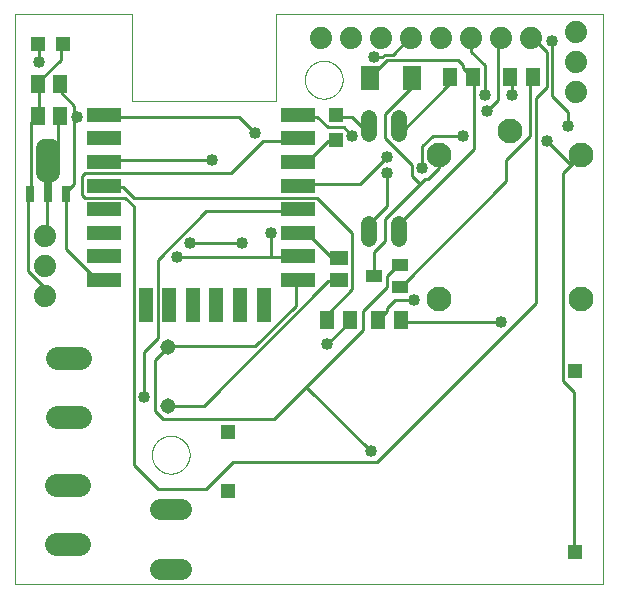
<source format=gtl>
G75*
%MOIN*%
%OFA0B0*%
%FSLAX25Y25*%
%IPPOS*%
%LPD*%
%AMOC8*
5,1,8,0,0,1.08239X$1,22.5*
%
%ADD10C,0.00000*%
%ADD11R,0.11811X0.04724*%
%ADD12R,0.04724X0.11811*%
%ADD13C,0.05200*%
%ADD14C,0.05150*%
%ADD15R,0.05150X0.05150*%
%ADD16C,0.08268*%
%ADD17R,0.03150X0.05512*%
%ADD18R,0.03150X0.07480*%
%ADD19C,0.06000*%
%ADD20C,0.07800*%
%ADD21R,0.05512X0.03937*%
%ADD22R,0.05906X0.08268*%
%ADD23R,0.05118X0.05906*%
%ADD24C,0.07000*%
%ADD25R,0.05118X0.06299*%
%ADD26R,0.04724X0.04724*%
%ADD27R,0.06299X0.05118*%
%ADD28C,0.07400*%
%ADD29C,0.01000*%
%ADD30C,0.04000*%
D10*
X0019833Y0012000D02*
X0019833Y0202000D01*
X0058833Y0202000D01*
X0058833Y0173000D01*
X0106833Y0173000D01*
X0106833Y0202000D01*
X0215833Y0202000D01*
X0215833Y0012000D01*
X0019833Y0012000D01*
X0065534Y0055000D02*
X0065536Y0055158D01*
X0065542Y0055316D01*
X0065552Y0055474D01*
X0065566Y0055632D01*
X0065584Y0055789D01*
X0065605Y0055946D01*
X0065631Y0056102D01*
X0065661Y0056258D01*
X0065694Y0056413D01*
X0065732Y0056566D01*
X0065773Y0056719D01*
X0065818Y0056871D01*
X0065867Y0057022D01*
X0065920Y0057171D01*
X0065976Y0057319D01*
X0066036Y0057465D01*
X0066100Y0057610D01*
X0066168Y0057753D01*
X0066239Y0057895D01*
X0066313Y0058035D01*
X0066391Y0058172D01*
X0066473Y0058308D01*
X0066557Y0058442D01*
X0066646Y0058573D01*
X0066737Y0058702D01*
X0066832Y0058829D01*
X0066929Y0058954D01*
X0067030Y0059076D01*
X0067134Y0059195D01*
X0067241Y0059312D01*
X0067351Y0059426D01*
X0067464Y0059537D01*
X0067579Y0059646D01*
X0067697Y0059751D01*
X0067818Y0059853D01*
X0067941Y0059953D01*
X0068067Y0060049D01*
X0068195Y0060142D01*
X0068325Y0060232D01*
X0068458Y0060318D01*
X0068593Y0060402D01*
X0068729Y0060481D01*
X0068868Y0060558D01*
X0069009Y0060630D01*
X0069151Y0060700D01*
X0069295Y0060765D01*
X0069441Y0060827D01*
X0069588Y0060885D01*
X0069737Y0060940D01*
X0069887Y0060991D01*
X0070038Y0061038D01*
X0070190Y0061081D01*
X0070343Y0061120D01*
X0070498Y0061156D01*
X0070653Y0061187D01*
X0070809Y0061215D01*
X0070965Y0061239D01*
X0071122Y0061259D01*
X0071280Y0061275D01*
X0071437Y0061287D01*
X0071596Y0061295D01*
X0071754Y0061299D01*
X0071912Y0061299D01*
X0072070Y0061295D01*
X0072229Y0061287D01*
X0072386Y0061275D01*
X0072544Y0061259D01*
X0072701Y0061239D01*
X0072857Y0061215D01*
X0073013Y0061187D01*
X0073168Y0061156D01*
X0073323Y0061120D01*
X0073476Y0061081D01*
X0073628Y0061038D01*
X0073779Y0060991D01*
X0073929Y0060940D01*
X0074078Y0060885D01*
X0074225Y0060827D01*
X0074371Y0060765D01*
X0074515Y0060700D01*
X0074657Y0060630D01*
X0074798Y0060558D01*
X0074937Y0060481D01*
X0075073Y0060402D01*
X0075208Y0060318D01*
X0075341Y0060232D01*
X0075471Y0060142D01*
X0075599Y0060049D01*
X0075725Y0059953D01*
X0075848Y0059853D01*
X0075969Y0059751D01*
X0076087Y0059646D01*
X0076202Y0059537D01*
X0076315Y0059426D01*
X0076425Y0059312D01*
X0076532Y0059195D01*
X0076636Y0059076D01*
X0076737Y0058954D01*
X0076834Y0058829D01*
X0076929Y0058702D01*
X0077020Y0058573D01*
X0077109Y0058442D01*
X0077193Y0058308D01*
X0077275Y0058172D01*
X0077353Y0058035D01*
X0077427Y0057895D01*
X0077498Y0057753D01*
X0077566Y0057610D01*
X0077630Y0057465D01*
X0077690Y0057319D01*
X0077746Y0057171D01*
X0077799Y0057022D01*
X0077848Y0056871D01*
X0077893Y0056719D01*
X0077934Y0056566D01*
X0077972Y0056413D01*
X0078005Y0056258D01*
X0078035Y0056102D01*
X0078061Y0055946D01*
X0078082Y0055789D01*
X0078100Y0055632D01*
X0078114Y0055474D01*
X0078124Y0055316D01*
X0078130Y0055158D01*
X0078132Y0055000D01*
X0078130Y0054842D01*
X0078124Y0054684D01*
X0078114Y0054526D01*
X0078100Y0054368D01*
X0078082Y0054211D01*
X0078061Y0054054D01*
X0078035Y0053898D01*
X0078005Y0053742D01*
X0077972Y0053587D01*
X0077934Y0053434D01*
X0077893Y0053281D01*
X0077848Y0053129D01*
X0077799Y0052978D01*
X0077746Y0052829D01*
X0077690Y0052681D01*
X0077630Y0052535D01*
X0077566Y0052390D01*
X0077498Y0052247D01*
X0077427Y0052105D01*
X0077353Y0051965D01*
X0077275Y0051828D01*
X0077193Y0051692D01*
X0077109Y0051558D01*
X0077020Y0051427D01*
X0076929Y0051298D01*
X0076834Y0051171D01*
X0076737Y0051046D01*
X0076636Y0050924D01*
X0076532Y0050805D01*
X0076425Y0050688D01*
X0076315Y0050574D01*
X0076202Y0050463D01*
X0076087Y0050354D01*
X0075969Y0050249D01*
X0075848Y0050147D01*
X0075725Y0050047D01*
X0075599Y0049951D01*
X0075471Y0049858D01*
X0075341Y0049768D01*
X0075208Y0049682D01*
X0075073Y0049598D01*
X0074937Y0049519D01*
X0074798Y0049442D01*
X0074657Y0049370D01*
X0074515Y0049300D01*
X0074371Y0049235D01*
X0074225Y0049173D01*
X0074078Y0049115D01*
X0073929Y0049060D01*
X0073779Y0049009D01*
X0073628Y0048962D01*
X0073476Y0048919D01*
X0073323Y0048880D01*
X0073168Y0048844D01*
X0073013Y0048813D01*
X0072857Y0048785D01*
X0072701Y0048761D01*
X0072544Y0048741D01*
X0072386Y0048725D01*
X0072229Y0048713D01*
X0072070Y0048705D01*
X0071912Y0048701D01*
X0071754Y0048701D01*
X0071596Y0048705D01*
X0071437Y0048713D01*
X0071280Y0048725D01*
X0071122Y0048741D01*
X0070965Y0048761D01*
X0070809Y0048785D01*
X0070653Y0048813D01*
X0070498Y0048844D01*
X0070343Y0048880D01*
X0070190Y0048919D01*
X0070038Y0048962D01*
X0069887Y0049009D01*
X0069737Y0049060D01*
X0069588Y0049115D01*
X0069441Y0049173D01*
X0069295Y0049235D01*
X0069151Y0049300D01*
X0069009Y0049370D01*
X0068868Y0049442D01*
X0068729Y0049519D01*
X0068593Y0049598D01*
X0068458Y0049682D01*
X0068325Y0049768D01*
X0068195Y0049858D01*
X0068067Y0049951D01*
X0067941Y0050047D01*
X0067818Y0050147D01*
X0067697Y0050249D01*
X0067579Y0050354D01*
X0067464Y0050463D01*
X0067351Y0050574D01*
X0067241Y0050688D01*
X0067134Y0050805D01*
X0067030Y0050924D01*
X0066929Y0051046D01*
X0066832Y0051171D01*
X0066737Y0051298D01*
X0066646Y0051427D01*
X0066557Y0051558D01*
X0066473Y0051692D01*
X0066391Y0051828D01*
X0066313Y0051965D01*
X0066239Y0052105D01*
X0066168Y0052247D01*
X0066100Y0052390D01*
X0066036Y0052535D01*
X0065976Y0052681D01*
X0065920Y0052829D01*
X0065867Y0052978D01*
X0065818Y0053129D01*
X0065773Y0053281D01*
X0065732Y0053434D01*
X0065694Y0053587D01*
X0065661Y0053742D01*
X0065631Y0053898D01*
X0065605Y0054054D01*
X0065584Y0054211D01*
X0065566Y0054368D01*
X0065552Y0054526D01*
X0065542Y0054684D01*
X0065536Y0054842D01*
X0065534Y0055000D01*
X0116534Y0180000D02*
X0116536Y0180158D01*
X0116542Y0180316D01*
X0116552Y0180474D01*
X0116566Y0180632D01*
X0116584Y0180789D01*
X0116605Y0180946D01*
X0116631Y0181102D01*
X0116661Y0181258D01*
X0116694Y0181413D01*
X0116732Y0181566D01*
X0116773Y0181719D01*
X0116818Y0181871D01*
X0116867Y0182022D01*
X0116920Y0182171D01*
X0116976Y0182319D01*
X0117036Y0182465D01*
X0117100Y0182610D01*
X0117168Y0182753D01*
X0117239Y0182895D01*
X0117313Y0183035D01*
X0117391Y0183172D01*
X0117473Y0183308D01*
X0117557Y0183442D01*
X0117646Y0183573D01*
X0117737Y0183702D01*
X0117832Y0183829D01*
X0117929Y0183954D01*
X0118030Y0184076D01*
X0118134Y0184195D01*
X0118241Y0184312D01*
X0118351Y0184426D01*
X0118464Y0184537D01*
X0118579Y0184646D01*
X0118697Y0184751D01*
X0118818Y0184853D01*
X0118941Y0184953D01*
X0119067Y0185049D01*
X0119195Y0185142D01*
X0119325Y0185232D01*
X0119458Y0185318D01*
X0119593Y0185402D01*
X0119729Y0185481D01*
X0119868Y0185558D01*
X0120009Y0185630D01*
X0120151Y0185700D01*
X0120295Y0185765D01*
X0120441Y0185827D01*
X0120588Y0185885D01*
X0120737Y0185940D01*
X0120887Y0185991D01*
X0121038Y0186038D01*
X0121190Y0186081D01*
X0121343Y0186120D01*
X0121498Y0186156D01*
X0121653Y0186187D01*
X0121809Y0186215D01*
X0121965Y0186239D01*
X0122122Y0186259D01*
X0122280Y0186275D01*
X0122437Y0186287D01*
X0122596Y0186295D01*
X0122754Y0186299D01*
X0122912Y0186299D01*
X0123070Y0186295D01*
X0123229Y0186287D01*
X0123386Y0186275D01*
X0123544Y0186259D01*
X0123701Y0186239D01*
X0123857Y0186215D01*
X0124013Y0186187D01*
X0124168Y0186156D01*
X0124323Y0186120D01*
X0124476Y0186081D01*
X0124628Y0186038D01*
X0124779Y0185991D01*
X0124929Y0185940D01*
X0125078Y0185885D01*
X0125225Y0185827D01*
X0125371Y0185765D01*
X0125515Y0185700D01*
X0125657Y0185630D01*
X0125798Y0185558D01*
X0125937Y0185481D01*
X0126073Y0185402D01*
X0126208Y0185318D01*
X0126341Y0185232D01*
X0126471Y0185142D01*
X0126599Y0185049D01*
X0126725Y0184953D01*
X0126848Y0184853D01*
X0126969Y0184751D01*
X0127087Y0184646D01*
X0127202Y0184537D01*
X0127315Y0184426D01*
X0127425Y0184312D01*
X0127532Y0184195D01*
X0127636Y0184076D01*
X0127737Y0183954D01*
X0127834Y0183829D01*
X0127929Y0183702D01*
X0128020Y0183573D01*
X0128109Y0183442D01*
X0128193Y0183308D01*
X0128275Y0183172D01*
X0128353Y0183035D01*
X0128427Y0182895D01*
X0128498Y0182753D01*
X0128566Y0182610D01*
X0128630Y0182465D01*
X0128690Y0182319D01*
X0128746Y0182171D01*
X0128799Y0182022D01*
X0128848Y0181871D01*
X0128893Y0181719D01*
X0128934Y0181566D01*
X0128972Y0181413D01*
X0129005Y0181258D01*
X0129035Y0181102D01*
X0129061Y0180946D01*
X0129082Y0180789D01*
X0129100Y0180632D01*
X0129114Y0180474D01*
X0129124Y0180316D01*
X0129130Y0180158D01*
X0129132Y0180000D01*
X0129130Y0179842D01*
X0129124Y0179684D01*
X0129114Y0179526D01*
X0129100Y0179368D01*
X0129082Y0179211D01*
X0129061Y0179054D01*
X0129035Y0178898D01*
X0129005Y0178742D01*
X0128972Y0178587D01*
X0128934Y0178434D01*
X0128893Y0178281D01*
X0128848Y0178129D01*
X0128799Y0177978D01*
X0128746Y0177829D01*
X0128690Y0177681D01*
X0128630Y0177535D01*
X0128566Y0177390D01*
X0128498Y0177247D01*
X0128427Y0177105D01*
X0128353Y0176965D01*
X0128275Y0176828D01*
X0128193Y0176692D01*
X0128109Y0176558D01*
X0128020Y0176427D01*
X0127929Y0176298D01*
X0127834Y0176171D01*
X0127737Y0176046D01*
X0127636Y0175924D01*
X0127532Y0175805D01*
X0127425Y0175688D01*
X0127315Y0175574D01*
X0127202Y0175463D01*
X0127087Y0175354D01*
X0126969Y0175249D01*
X0126848Y0175147D01*
X0126725Y0175047D01*
X0126599Y0174951D01*
X0126471Y0174858D01*
X0126341Y0174768D01*
X0126208Y0174682D01*
X0126073Y0174598D01*
X0125937Y0174519D01*
X0125798Y0174442D01*
X0125657Y0174370D01*
X0125515Y0174300D01*
X0125371Y0174235D01*
X0125225Y0174173D01*
X0125078Y0174115D01*
X0124929Y0174060D01*
X0124779Y0174009D01*
X0124628Y0173962D01*
X0124476Y0173919D01*
X0124323Y0173880D01*
X0124168Y0173844D01*
X0124013Y0173813D01*
X0123857Y0173785D01*
X0123701Y0173761D01*
X0123544Y0173741D01*
X0123386Y0173725D01*
X0123229Y0173713D01*
X0123070Y0173705D01*
X0122912Y0173701D01*
X0122754Y0173701D01*
X0122596Y0173705D01*
X0122437Y0173713D01*
X0122280Y0173725D01*
X0122122Y0173741D01*
X0121965Y0173761D01*
X0121809Y0173785D01*
X0121653Y0173813D01*
X0121498Y0173844D01*
X0121343Y0173880D01*
X0121190Y0173919D01*
X0121038Y0173962D01*
X0120887Y0174009D01*
X0120737Y0174060D01*
X0120588Y0174115D01*
X0120441Y0174173D01*
X0120295Y0174235D01*
X0120151Y0174300D01*
X0120009Y0174370D01*
X0119868Y0174442D01*
X0119729Y0174519D01*
X0119593Y0174598D01*
X0119458Y0174682D01*
X0119325Y0174768D01*
X0119195Y0174858D01*
X0119067Y0174951D01*
X0118941Y0175047D01*
X0118818Y0175147D01*
X0118697Y0175249D01*
X0118579Y0175354D01*
X0118464Y0175463D01*
X0118351Y0175574D01*
X0118241Y0175688D01*
X0118134Y0175805D01*
X0118030Y0175924D01*
X0117929Y0176046D01*
X0117832Y0176171D01*
X0117737Y0176298D01*
X0117646Y0176427D01*
X0117557Y0176558D01*
X0117473Y0176692D01*
X0117391Y0176828D01*
X0117313Y0176965D01*
X0117239Y0177105D01*
X0117168Y0177247D01*
X0117100Y0177390D01*
X0117036Y0177535D01*
X0116976Y0177681D01*
X0116920Y0177829D01*
X0116867Y0177978D01*
X0116818Y0178129D01*
X0116773Y0178281D01*
X0116732Y0178434D01*
X0116694Y0178587D01*
X0116661Y0178742D01*
X0116631Y0178898D01*
X0116605Y0179054D01*
X0116584Y0179211D01*
X0116566Y0179368D01*
X0116552Y0179526D01*
X0116542Y0179684D01*
X0116536Y0179842D01*
X0116534Y0180000D01*
D11*
X0114223Y0168335D03*
X0114223Y0160461D03*
X0114223Y0152587D03*
X0114223Y0144713D03*
X0114223Y0136839D03*
X0114223Y0128965D03*
X0114223Y0121091D03*
X0114223Y0113217D03*
X0049656Y0113217D03*
X0049656Y0121091D03*
X0049656Y0128965D03*
X0049656Y0136839D03*
X0049656Y0144713D03*
X0049656Y0152587D03*
X0049656Y0160461D03*
X0049656Y0168335D03*
D12*
X0063436Y0104949D03*
X0071310Y0104949D03*
X0079184Y0104949D03*
X0087058Y0104949D03*
X0094932Y0104949D03*
X0102806Y0104949D03*
D13*
X0137833Y0126800D02*
X0137833Y0132000D01*
X0147833Y0132000D02*
X0147833Y0126800D01*
X0147833Y0162000D02*
X0147833Y0167200D01*
X0137833Y0167200D02*
X0137833Y0162000D01*
D14*
X0070833Y0090843D03*
X0070833Y0071157D03*
D15*
X0090888Y0062606D03*
X0090888Y0042921D03*
X0206636Y0022449D03*
X0206636Y0083079D03*
D16*
X0208455Y0106984D03*
X0161211Y0106984D03*
X0161211Y0155016D03*
X0184833Y0162890D03*
X0208455Y0155016D03*
D17*
X0036833Y0142000D03*
X0024833Y0142000D03*
D18*
X0030833Y0143000D03*
D19*
X0031833Y0149016D02*
X0029833Y0149016D01*
X0029833Y0157386D01*
X0031833Y0157386D01*
X0031833Y0149016D01*
X0031833Y0155015D02*
X0029833Y0155015D01*
D20*
X0033933Y0087400D02*
X0041733Y0087400D01*
X0041733Y0067700D02*
X0033933Y0067700D01*
X0033433Y0044900D02*
X0041233Y0044900D01*
X0041233Y0025200D02*
X0033433Y0025200D01*
D21*
X0139503Y0114500D03*
X0148164Y0110760D03*
X0148164Y0118240D03*
D22*
X0152420Y0180500D03*
X0138247Y0180500D03*
D23*
X0035073Y0178500D03*
X0027593Y0178500D03*
X0027593Y0168000D03*
X0035073Y0168000D03*
D24*
X0068333Y0037000D02*
X0075333Y0037000D01*
X0075333Y0017000D02*
X0068333Y0017000D01*
D25*
X0124093Y0100000D03*
X0131573Y0100000D03*
X0141093Y0100000D03*
X0148573Y0100000D03*
X0165093Y0181000D03*
X0172573Y0181000D03*
X0185093Y0181000D03*
X0192573Y0181000D03*
D26*
X0126833Y0168134D03*
X0126833Y0159866D03*
X0035967Y0192000D03*
X0027699Y0192000D03*
D27*
X0127833Y0120740D03*
X0127833Y0113260D03*
D28*
X0206833Y0176000D03*
X0206833Y0186000D03*
X0206833Y0196000D03*
X0191833Y0194000D03*
X0181833Y0194000D03*
X0171833Y0194000D03*
X0161833Y0194000D03*
X0151833Y0194000D03*
X0141833Y0194000D03*
X0131833Y0194000D03*
X0121833Y0194000D03*
X0029833Y0128000D03*
X0029833Y0118000D03*
X0029833Y0108000D03*
D29*
X0029733Y0108300D01*
X0029733Y0111000D01*
X0024333Y0116400D01*
X0024333Y0141600D01*
X0024833Y0142000D01*
X0025233Y0142500D01*
X0025233Y0165900D01*
X0027033Y0167700D01*
X0027593Y0168000D01*
X0027933Y0168600D01*
X0027933Y0178500D01*
X0027593Y0178500D01*
X0027033Y0178500D01*
X0035133Y0186600D01*
X0035133Y0192000D01*
X0035967Y0192000D01*
X0027933Y0192000D02*
X0027933Y0185800D01*
X0027933Y0192000D02*
X0027699Y0192000D01*
X0035073Y0178500D02*
X0035133Y0178500D01*
X0035133Y0175800D01*
X0039633Y0171300D01*
X0039633Y0167700D01*
X0040533Y0167700D01*
X0039633Y0167700D02*
X0039633Y0145200D01*
X0036933Y0142500D01*
X0036833Y0142000D01*
X0036933Y0141600D01*
X0036933Y0123600D01*
X0046833Y0113700D01*
X0049533Y0113700D01*
X0049656Y0113217D01*
X0067533Y0120000D02*
X0067533Y0093900D01*
X0063033Y0089400D01*
X0063033Y0074100D01*
X0066633Y0069600D02*
X0066633Y0086700D01*
X0070233Y0090300D01*
X0070833Y0090843D01*
X0071133Y0091200D01*
X0099933Y0091200D01*
X0113433Y0104700D01*
X0113433Y0112800D01*
X0114223Y0113217D01*
X0113433Y0120900D02*
X0114223Y0121091D01*
X0113433Y0120900D02*
X0105333Y0120900D01*
X0105333Y0129000D01*
X0113433Y0136200D02*
X0114223Y0136839D01*
X0113433Y0136200D02*
X0083733Y0136200D01*
X0067533Y0120000D01*
X0073833Y0120900D02*
X0105333Y0120900D01*
X0114333Y0128100D02*
X0114223Y0128965D01*
X0114333Y0128100D02*
X0117933Y0128100D01*
X0125133Y0120900D01*
X0127833Y0120900D01*
X0127833Y0120740D01*
X0127833Y0113260D02*
X0127833Y0112800D01*
X0124233Y0112800D01*
X0082833Y0071400D01*
X0071133Y0071400D01*
X0070833Y0071157D01*
X0066633Y0069600D02*
X0069333Y0066900D01*
X0106233Y0066900D01*
X0117033Y0077700D01*
X0138633Y0056100D01*
X0140433Y0052500D02*
X0193533Y0105600D01*
X0193533Y0174000D01*
X0197133Y0177600D01*
X0197133Y0189300D01*
X0192633Y0193800D01*
X0191833Y0194000D01*
X0198933Y0192900D02*
X0198933Y0174700D01*
X0204333Y0169300D01*
X0204333Y0164600D01*
X0197133Y0159600D02*
X0205233Y0151500D01*
X0202533Y0148800D01*
X0202533Y0079500D01*
X0206133Y0075900D01*
X0206133Y0022800D01*
X0206636Y0022449D01*
X0140433Y0052500D02*
X0092733Y0052500D01*
X0083733Y0043500D01*
X0067533Y0043500D01*
X0059433Y0051600D01*
X0059433Y0138000D01*
X0056733Y0140700D01*
X0043233Y0140700D01*
X0042333Y0141600D01*
X0042333Y0147900D01*
X0043233Y0148800D01*
X0091833Y0148800D01*
X0102633Y0159600D01*
X0113433Y0159600D01*
X0114223Y0160461D01*
X0114333Y0167700D02*
X0114223Y0168335D01*
X0114333Y0167700D02*
X0120633Y0167700D01*
X0124233Y0164100D01*
X0129633Y0164100D01*
X0132333Y0161400D01*
X0137733Y0162300D02*
X0137833Y0162000D01*
X0137733Y0162300D02*
X0132333Y0167700D01*
X0126933Y0167700D01*
X0126833Y0168134D01*
X0126833Y0159866D02*
X0126033Y0159600D01*
X0124233Y0159600D01*
X0117933Y0153300D01*
X0114333Y0153300D01*
X0114223Y0152587D01*
X0114333Y0145200D02*
X0114223Y0144713D01*
X0114333Y0145200D02*
X0135033Y0145200D01*
X0144033Y0154200D01*
X0144033Y0148800D02*
X0144033Y0138000D01*
X0138633Y0132600D01*
X0137833Y0132000D01*
X0132333Y0129000D02*
X0120633Y0140700D01*
X0059433Y0140700D01*
X0055833Y0144300D01*
X0050433Y0144300D01*
X0049656Y0144713D01*
X0049656Y0152587D02*
X0050433Y0153300D01*
X0085533Y0153300D01*
X0099933Y0162300D02*
X0094533Y0167700D01*
X0050433Y0167700D01*
X0049656Y0168335D01*
X0035073Y0168000D02*
X0034233Y0167700D01*
X0034233Y0156000D01*
X0031533Y0153300D01*
X0030833Y0153201D01*
X0030633Y0152400D01*
X0030633Y0143400D01*
X0030833Y0143000D01*
X0030633Y0142500D01*
X0030633Y0128100D01*
X0029833Y0128000D01*
X0078333Y0125500D02*
X0095433Y0125500D01*
X0124233Y0102000D02*
X0124233Y0100200D01*
X0124093Y0100000D01*
X0124233Y0102000D02*
X0132333Y0110100D01*
X0132333Y0129000D01*
X0139533Y0122700D02*
X0143133Y0126300D01*
X0143133Y0133500D01*
X0154833Y0145200D01*
X0152133Y0147900D01*
X0152133Y0151500D01*
X0143133Y0160500D01*
X0143133Y0168600D01*
X0152133Y0177600D01*
X0152133Y0180300D01*
X0152420Y0180500D01*
X0145833Y0188400D02*
X0143133Y0188400D01*
X0142233Y0187500D01*
X0139533Y0187500D01*
X0144033Y0186600D02*
X0138633Y0181200D01*
X0138247Y0180500D01*
X0144033Y0186600D02*
X0167433Y0186600D01*
X0169233Y0184800D01*
X0169233Y0183900D01*
X0171933Y0181200D01*
X0172573Y0181000D01*
X0172833Y0180300D01*
X0172833Y0156900D01*
X0148533Y0132600D01*
X0147833Y0132000D01*
X0139533Y0122700D02*
X0139533Y0114600D01*
X0139503Y0114500D01*
X0144033Y0114600D02*
X0144033Y0111000D01*
X0135933Y0102900D01*
X0135933Y0096600D01*
X0117033Y0077700D01*
X0124033Y0091900D02*
X0131433Y0099300D01*
X0131573Y0100000D01*
X0141093Y0100000D02*
X0141333Y0100200D01*
X0144033Y0102900D01*
X0144033Y0103800D01*
X0146733Y0106500D01*
X0153033Y0106500D01*
X0148533Y0111000D02*
X0148164Y0110760D01*
X0148533Y0111000D02*
X0183633Y0146100D01*
X0183633Y0153300D01*
X0191733Y0161400D01*
X0191733Y0180300D01*
X0192573Y0181000D01*
X0185433Y0180300D02*
X0185433Y0174900D01*
X0180933Y0173100D02*
X0180933Y0192900D01*
X0181833Y0193800D01*
X0181833Y0194000D01*
X0171933Y0193800D02*
X0171933Y0189300D01*
X0176433Y0184800D01*
X0176433Y0174900D01*
X0180933Y0173100D02*
X0177333Y0169500D01*
X0169233Y0161400D02*
X0159333Y0161400D01*
X0155733Y0157800D01*
X0155733Y0150600D01*
X0156633Y0147000D02*
X0154833Y0145200D01*
X0156633Y0147000D02*
X0157533Y0147000D01*
X0161133Y0150600D01*
X0161133Y0154200D01*
X0161211Y0155016D01*
X0148533Y0162300D02*
X0147833Y0162000D01*
X0148533Y0162300D02*
X0164733Y0178500D01*
X0164733Y0180300D01*
X0165093Y0181000D01*
X0171933Y0193800D02*
X0171833Y0194000D01*
X0185093Y0181000D02*
X0185433Y0180300D01*
X0208455Y0155016D02*
X0207933Y0154200D01*
X0205233Y0151500D01*
X0181833Y0099300D02*
X0149433Y0099300D01*
X0148573Y0100000D01*
X0144033Y0114600D02*
X0147633Y0118200D01*
X0148164Y0118240D01*
X0145833Y0188400D02*
X0151233Y0193800D01*
X0151833Y0194000D01*
D30*
X0139533Y0187500D03*
X0132333Y0161400D03*
X0144033Y0154200D03*
X0144033Y0148800D03*
X0155733Y0150600D03*
X0169233Y0161400D03*
X0177333Y0169500D03*
X0176433Y0174900D03*
X0185433Y0174900D03*
X0197133Y0159600D03*
X0204333Y0164600D03*
X0198933Y0192900D03*
X0153033Y0106500D03*
X0181833Y0099300D03*
X0138633Y0056100D03*
X0124033Y0091900D03*
X0095433Y0125500D03*
X0105333Y0129000D03*
X0085533Y0153300D03*
X0099933Y0162300D03*
X0078333Y0125500D03*
X0073833Y0120900D03*
X0063033Y0074100D03*
X0040533Y0167700D03*
X0027933Y0185800D03*
M02*

</source>
